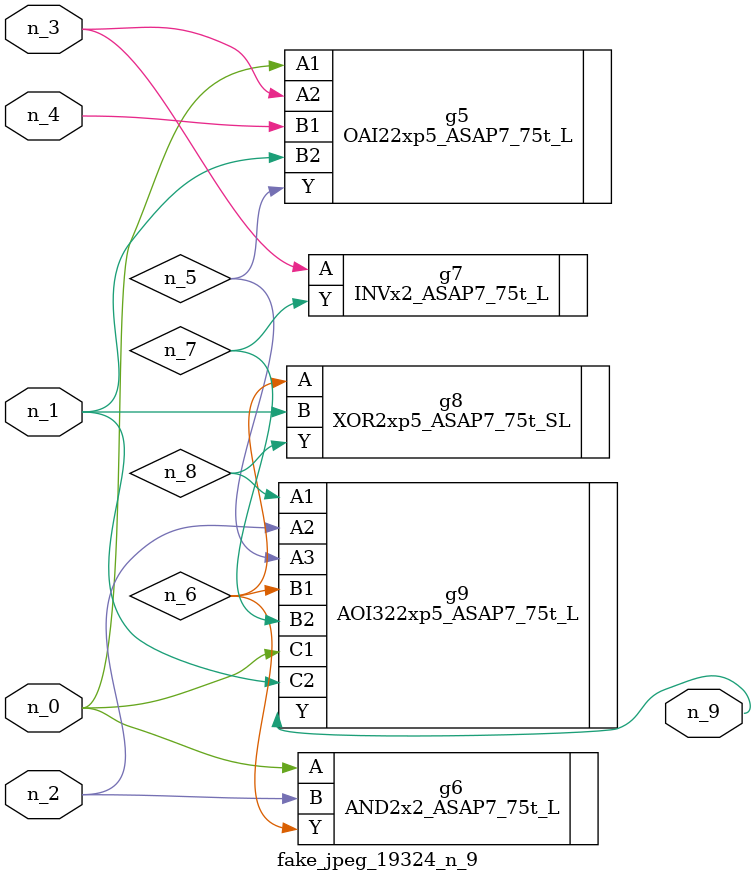
<source format=v>
module fake_jpeg_19324_n_9 (n_3, n_2, n_1, n_0, n_4, n_9);

input n_3;
input n_2;
input n_1;
input n_0;
input n_4;

output n_9;

wire n_8;
wire n_6;
wire n_5;
wire n_7;

OAI22xp5_ASAP7_75t_L g5 ( 
.A1(n_0),
.A2(n_3),
.B1(n_4),
.B2(n_1),
.Y(n_5)
);

AND2x2_ASAP7_75t_L g6 ( 
.A(n_0),
.B(n_2),
.Y(n_6)
);

INVx2_ASAP7_75t_L g7 ( 
.A(n_3),
.Y(n_7)
);

XOR2xp5_ASAP7_75t_SL g8 ( 
.A(n_6),
.B(n_1),
.Y(n_8)
);

AOI322xp5_ASAP7_75t_L g9 ( 
.A1(n_8),
.A2(n_2),
.A3(n_5),
.B1(n_6),
.B2(n_7),
.C1(n_0),
.C2(n_1),
.Y(n_9)
);


endmodule
</source>
